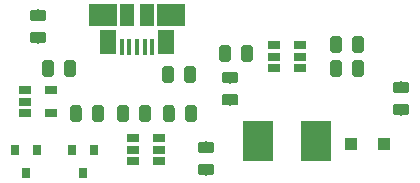
<source format=gbr>
G04 #@! TF.GenerationSoftware,KiCad,Pcbnew,(5.0.1)-3*
G04 #@! TF.CreationDate,2019-09-21T13:45:32-04:00*
G04 #@! TF.ProjectId,BMS Board Rev2,424D5320426F61726420526576322E6B,rev?*
G04 #@! TF.SameCoordinates,Original*
G04 #@! TF.FileFunction,Paste,Top*
G04 #@! TF.FilePolarity,Positive*
%FSLAX46Y46*%
G04 Gerber Fmt 4.6, Leading zero omitted, Abs format (unit mm)*
G04 Created by KiCad (PCBNEW (5.0.1)-3) date 9/21/2019 1:45:32 PM*
%MOMM*%
%LPD*%
G01*
G04 APERTURE LIST*
%ADD10C,0.100000*%
%ADD11C,0.975000*%
%ADD12R,0.450000X1.380000*%
%ADD13R,1.475000X2.100000*%
%ADD14R,2.375000X1.900000*%
%ADD15R,1.175000X1.900000*%
%ADD16R,2.575000X3.350000*%
%ADD17R,1.100000X1.100000*%
%ADD18R,0.800000X0.900000*%
%ADD19R,1.060000X0.650000*%
G04 APERTURE END LIST*
D10*
G04 #@! TO.C,C3*
G36*
X69314142Y-44647174D02*
X69337803Y-44650684D01*
X69361007Y-44656496D01*
X69383529Y-44664554D01*
X69405153Y-44674782D01*
X69425670Y-44687079D01*
X69444883Y-44701329D01*
X69462607Y-44717393D01*
X69478671Y-44735117D01*
X69492921Y-44754330D01*
X69505218Y-44774847D01*
X69515446Y-44796471D01*
X69523504Y-44818993D01*
X69529316Y-44842197D01*
X69532826Y-44865858D01*
X69534000Y-44889750D01*
X69534000Y-45377250D01*
X69532826Y-45401142D01*
X69529316Y-45424803D01*
X69523504Y-45448007D01*
X69515446Y-45470529D01*
X69505218Y-45492153D01*
X69492921Y-45512670D01*
X69478671Y-45531883D01*
X69462607Y-45549607D01*
X69444883Y-45565671D01*
X69425670Y-45579921D01*
X69405153Y-45592218D01*
X69383529Y-45602446D01*
X69361007Y-45610504D01*
X69337803Y-45616316D01*
X69314142Y-45619826D01*
X69290250Y-45621000D01*
X68377750Y-45621000D01*
X68353858Y-45619826D01*
X68330197Y-45616316D01*
X68306993Y-45610504D01*
X68284471Y-45602446D01*
X68262847Y-45592218D01*
X68242330Y-45579921D01*
X68223117Y-45565671D01*
X68205393Y-45549607D01*
X68189329Y-45531883D01*
X68175079Y-45512670D01*
X68162782Y-45492153D01*
X68152554Y-45470529D01*
X68144496Y-45448007D01*
X68138684Y-45424803D01*
X68135174Y-45401142D01*
X68134000Y-45377250D01*
X68134000Y-44889750D01*
X68135174Y-44865858D01*
X68138684Y-44842197D01*
X68144496Y-44818993D01*
X68152554Y-44796471D01*
X68162782Y-44774847D01*
X68175079Y-44754330D01*
X68189329Y-44735117D01*
X68205393Y-44717393D01*
X68223117Y-44701329D01*
X68242330Y-44687079D01*
X68262847Y-44674782D01*
X68284471Y-44664554D01*
X68306993Y-44656496D01*
X68330197Y-44650684D01*
X68353858Y-44647174D01*
X68377750Y-44646000D01*
X69290250Y-44646000D01*
X69314142Y-44647174D01*
X69314142Y-44647174D01*
G37*
D11*
X68834000Y-45133500D03*
D10*
G36*
X69314142Y-42772174D02*
X69337803Y-42775684D01*
X69361007Y-42781496D01*
X69383529Y-42789554D01*
X69405153Y-42799782D01*
X69425670Y-42812079D01*
X69444883Y-42826329D01*
X69462607Y-42842393D01*
X69478671Y-42860117D01*
X69492921Y-42879330D01*
X69505218Y-42899847D01*
X69515446Y-42921471D01*
X69523504Y-42943993D01*
X69529316Y-42967197D01*
X69532826Y-42990858D01*
X69534000Y-43014750D01*
X69534000Y-43502250D01*
X69532826Y-43526142D01*
X69529316Y-43549803D01*
X69523504Y-43573007D01*
X69515446Y-43595529D01*
X69505218Y-43617153D01*
X69492921Y-43637670D01*
X69478671Y-43656883D01*
X69462607Y-43674607D01*
X69444883Y-43690671D01*
X69425670Y-43704921D01*
X69405153Y-43717218D01*
X69383529Y-43727446D01*
X69361007Y-43735504D01*
X69337803Y-43741316D01*
X69314142Y-43744826D01*
X69290250Y-43746000D01*
X68377750Y-43746000D01*
X68353858Y-43744826D01*
X68330197Y-43741316D01*
X68306993Y-43735504D01*
X68284471Y-43727446D01*
X68262847Y-43717218D01*
X68242330Y-43704921D01*
X68223117Y-43690671D01*
X68205393Y-43674607D01*
X68189329Y-43656883D01*
X68175079Y-43637670D01*
X68162782Y-43617153D01*
X68152554Y-43595529D01*
X68144496Y-43573007D01*
X68138684Y-43549803D01*
X68135174Y-43526142D01*
X68134000Y-43502250D01*
X68134000Y-43014750D01*
X68135174Y-42990858D01*
X68138684Y-42967197D01*
X68144496Y-42943993D01*
X68152554Y-42921471D01*
X68162782Y-42899847D01*
X68175079Y-42879330D01*
X68189329Y-42860117D01*
X68205393Y-42842393D01*
X68223117Y-42826329D01*
X68242330Y-42812079D01*
X68262847Y-42799782D01*
X68284471Y-42789554D01*
X68306993Y-42781496D01*
X68330197Y-42775684D01*
X68353858Y-42772174D01*
X68377750Y-42771000D01*
X69290250Y-42771000D01*
X69314142Y-42772174D01*
X69314142Y-42772174D01*
G37*
D11*
X68834000Y-43258500D03*
G04 #@! TD*
D12*
G04 #@! TO.C,J2*
X78516000Y-45910000D03*
X77866000Y-45910000D03*
X77216000Y-45910000D03*
X76566000Y-45910000D03*
X75916000Y-45910000D03*
D13*
X79678500Y-45550000D03*
X74753500Y-45550000D03*
D14*
X80126000Y-43250000D03*
X74306000Y-43250000D03*
D15*
X78056000Y-43250000D03*
X76376000Y-43250000D03*
G04 #@! TD*
D16*
G04 #@! TO.C,L1*
X92403500Y-53848000D03*
X87428500Y-53848000D03*
G04 #@! TD*
D10*
G04 #@! TO.C,C1*
G36*
X80180642Y-50863174D02*
X80204303Y-50866684D01*
X80227507Y-50872496D01*
X80250029Y-50880554D01*
X80271653Y-50890782D01*
X80292170Y-50903079D01*
X80311383Y-50917329D01*
X80329107Y-50933393D01*
X80345171Y-50951117D01*
X80359421Y-50970330D01*
X80371718Y-50990847D01*
X80381946Y-51012471D01*
X80390004Y-51034993D01*
X80395816Y-51058197D01*
X80399326Y-51081858D01*
X80400500Y-51105750D01*
X80400500Y-52018250D01*
X80399326Y-52042142D01*
X80395816Y-52065803D01*
X80390004Y-52089007D01*
X80381946Y-52111529D01*
X80371718Y-52133153D01*
X80359421Y-52153670D01*
X80345171Y-52172883D01*
X80329107Y-52190607D01*
X80311383Y-52206671D01*
X80292170Y-52220921D01*
X80271653Y-52233218D01*
X80250029Y-52243446D01*
X80227507Y-52251504D01*
X80204303Y-52257316D01*
X80180642Y-52260826D01*
X80156750Y-52262000D01*
X79669250Y-52262000D01*
X79645358Y-52260826D01*
X79621697Y-52257316D01*
X79598493Y-52251504D01*
X79575971Y-52243446D01*
X79554347Y-52233218D01*
X79533830Y-52220921D01*
X79514617Y-52206671D01*
X79496893Y-52190607D01*
X79480829Y-52172883D01*
X79466579Y-52153670D01*
X79454282Y-52133153D01*
X79444054Y-52111529D01*
X79435996Y-52089007D01*
X79430184Y-52065803D01*
X79426674Y-52042142D01*
X79425500Y-52018250D01*
X79425500Y-51105750D01*
X79426674Y-51081858D01*
X79430184Y-51058197D01*
X79435996Y-51034993D01*
X79444054Y-51012471D01*
X79454282Y-50990847D01*
X79466579Y-50970330D01*
X79480829Y-50951117D01*
X79496893Y-50933393D01*
X79514617Y-50917329D01*
X79533830Y-50903079D01*
X79554347Y-50890782D01*
X79575971Y-50880554D01*
X79598493Y-50872496D01*
X79621697Y-50866684D01*
X79645358Y-50863174D01*
X79669250Y-50862000D01*
X80156750Y-50862000D01*
X80180642Y-50863174D01*
X80180642Y-50863174D01*
G37*
D11*
X79913000Y-51562000D03*
D10*
G36*
X82055642Y-50863174D02*
X82079303Y-50866684D01*
X82102507Y-50872496D01*
X82125029Y-50880554D01*
X82146653Y-50890782D01*
X82167170Y-50903079D01*
X82186383Y-50917329D01*
X82204107Y-50933393D01*
X82220171Y-50951117D01*
X82234421Y-50970330D01*
X82246718Y-50990847D01*
X82256946Y-51012471D01*
X82265004Y-51034993D01*
X82270816Y-51058197D01*
X82274326Y-51081858D01*
X82275500Y-51105750D01*
X82275500Y-52018250D01*
X82274326Y-52042142D01*
X82270816Y-52065803D01*
X82265004Y-52089007D01*
X82256946Y-52111529D01*
X82246718Y-52133153D01*
X82234421Y-52153670D01*
X82220171Y-52172883D01*
X82204107Y-52190607D01*
X82186383Y-52206671D01*
X82167170Y-52220921D01*
X82146653Y-52233218D01*
X82125029Y-52243446D01*
X82102507Y-52251504D01*
X82079303Y-52257316D01*
X82055642Y-52260826D01*
X82031750Y-52262000D01*
X81544250Y-52262000D01*
X81520358Y-52260826D01*
X81496697Y-52257316D01*
X81473493Y-52251504D01*
X81450971Y-52243446D01*
X81429347Y-52233218D01*
X81408830Y-52220921D01*
X81389617Y-52206671D01*
X81371893Y-52190607D01*
X81355829Y-52172883D01*
X81341579Y-52153670D01*
X81329282Y-52133153D01*
X81319054Y-52111529D01*
X81310996Y-52089007D01*
X81305184Y-52065803D01*
X81301674Y-52042142D01*
X81300500Y-52018250D01*
X81300500Y-51105750D01*
X81301674Y-51081858D01*
X81305184Y-51058197D01*
X81310996Y-51034993D01*
X81319054Y-51012471D01*
X81329282Y-50990847D01*
X81341579Y-50970330D01*
X81355829Y-50951117D01*
X81371893Y-50933393D01*
X81389617Y-50917329D01*
X81408830Y-50903079D01*
X81429347Y-50890782D01*
X81450971Y-50880554D01*
X81473493Y-50872496D01*
X81496697Y-50866684D01*
X81520358Y-50863174D01*
X81544250Y-50862000D01*
X82031750Y-50862000D01*
X82055642Y-50863174D01*
X82055642Y-50863174D01*
G37*
D11*
X81788000Y-51562000D03*
G04 #@! TD*
D10*
G04 #@! TO.C,C2*
G36*
X80102142Y-47561174D02*
X80125803Y-47564684D01*
X80149007Y-47570496D01*
X80171529Y-47578554D01*
X80193153Y-47588782D01*
X80213670Y-47601079D01*
X80232883Y-47615329D01*
X80250607Y-47631393D01*
X80266671Y-47649117D01*
X80280921Y-47668330D01*
X80293218Y-47688847D01*
X80303446Y-47710471D01*
X80311504Y-47732993D01*
X80317316Y-47756197D01*
X80320826Y-47779858D01*
X80322000Y-47803750D01*
X80322000Y-48716250D01*
X80320826Y-48740142D01*
X80317316Y-48763803D01*
X80311504Y-48787007D01*
X80303446Y-48809529D01*
X80293218Y-48831153D01*
X80280921Y-48851670D01*
X80266671Y-48870883D01*
X80250607Y-48888607D01*
X80232883Y-48904671D01*
X80213670Y-48918921D01*
X80193153Y-48931218D01*
X80171529Y-48941446D01*
X80149007Y-48949504D01*
X80125803Y-48955316D01*
X80102142Y-48958826D01*
X80078250Y-48960000D01*
X79590750Y-48960000D01*
X79566858Y-48958826D01*
X79543197Y-48955316D01*
X79519993Y-48949504D01*
X79497471Y-48941446D01*
X79475847Y-48931218D01*
X79455330Y-48918921D01*
X79436117Y-48904671D01*
X79418393Y-48888607D01*
X79402329Y-48870883D01*
X79388079Y-48851670D01*
X79375782Y-48831153D01*
X79365554Y-48809529D01*
X79357496Y-48787007D01*
X79351684Y-48763803D01*
X79348174Y-48740142D01*
X79347000Y-48716250D01*
X79347000Y-47803750D01*
X79348174Y-47779858D01*
X79351684Y-47756197D01*
X79357496Y-47732993D01*
X79365554Y-47710471D01*
X79375782Y-47688847D01*
X79388079Y-47668330D01*
X79402329Y-47649117D01*
X79418393Y-47631393D01*
X79436117Y-47615329D01*
X79455330Y-47601079D01*
X79475847Y-47588782D01*
X79497471Y-47578554D01*
X79519993Y-47570496D01*
X79543197Y-47564684D01*
X79566858Y-47561174D01*
X79590750Y-47560000D01*
X80078250Y-47560000D01*
X80102142Y-47561174D01*
X80102142Y-47561174D01*
G37*
D11*
X79834500Y-48260000D03*
D10*
G36*
X81977142Y-47561174D02*
X82000803Y-47564684D01*
X82024007Y-47570496D01*
X82046529Y-47578554D01*
X82068153Y-47588782D01*
X82088670Y-47601079D01*
X82107883Y-47615329D01*
X82125607Y-47631393D01*
X82141671Y-47649117D01*
X82155921Y-47668330D01*
X82168218Y-47688847D01*
X82178446Y-47710471D01*
X82186504Y-47732993D01*
X82192316Y-47756197D01*
X82195826Y-47779858D01*
X82197000Y-47803750D01*
X82197000Y-48716250D01*
X82195826Y-48740142D01*
X82192316Y-48763803D01*
X82186504Y-48787007D01*
X82178446Y-48809529D01*
X82168218Y-48831153D01*
X82155921Y-48851670D01*
X82141671Y-48870883D01*
X82125607Y-48888607D01*
X82107883Y-48904671D01*
X82088670Y-48918921D01*
X82068153Y-48931218D01*
X82046529Y-48941446D01*
X82024007Y-48949504D01*
X82000803Y-48955316D01*
X81977142Y-48958826D01*
X81953250Y-48960000D01*
X81465750Y-48960000D01*
X81441858Y-48958826D01*
X81418197Y-48955316D01*
X81394993Y-48949504D01*
X81372471Y-48941446D01*
X81350847Y-48931218D01*
X81330330Y-48918921D01*
X81311117Y-48904671D01*
X81293393Y-48888607D01*
X81277329Y-48870883D01*
X81263079Y-48851670D01*
X81250782Y-48831153D01*
X81240554Y-48809529D01*
X81232496Y-48787007D01*
X81226684Y-48763803D01*
X81223174Y-48740142D01*
X81222000Y-48716250D01*
X81222000Y-47803750D01*
X81223174Y-47779858D01*
X81226684Y-47756197D01*
X81232496Y-47732993D01*
X81240554Y-47710471D01*
X81250782Y-47688847D01*
X81263079Y-47668330D01*
X81277329Y-47649117D01*
X81293393Y-47631393D01*
X81311117Y-47615329D01*
X81330330Y-47601079D01*
X81350847Y-47588782D01*
X81372471Y-47578554D01*
X81394993Y-47570496D01*
X81418197Y-47564684D01*
X81441858Y-47561174D01*
X81465750Y-47560000D01*
X81953250Y-47560000D01*
X81977142Y-47561174D01*
X81977142Y-47561174D01*
G37*
D11*
X81709500Y-48260000D03*
G04 #@! TD*
D10*
G04 #@! TO.C,C4*
G36*
X85570142Y-48027674D02*
X85593803Y-48031184D01*
X85617007Y-48036996D01*
X85639529Y-48045054D01*
X85661153Y-48055282D01*
X85681670Y-48067579D01*
X85700883Y-48081829D01*
X85718607Y-48097893D01*
X85734671Y-48115617D01*
X85748921Y-48134830D01*
X85761218Y-48155347D01*
X85771446Y-48176971D01*
X85779504Y-48199493D01*
X85785316Y-48222697D01*
X85788826Y-48246358D01*
X85790000Y-48270250D01*
X85790000Y-48757750D01*
X85788826Y-48781642D01*
X85785316Y-48805303D01*
X85779504Y-48828507D01*
X85771446Y-48851029D01*
X85761218Y-48872653D01*
X85748921Y-48893170D01*
X85734671Y-48912383D01*
X85718607Y-48930107D01*
X85700883Y-48946171D01*
X85681670Y-48960421D01*
X85661153Y-48972718D01*
X85639529Y-48982946D01*
X85617007Y-48991004D01*
X85593803Y-48996816D01*
X85570142Y-49000326D01*
X85546250Y-49001500D01*
X84633750Y-49001500D01*
X84609858Y-49000326D01*
X84586197Y-48996816D01*
X84562993Y-48991004D01*
X84540471Y-48982946D01*
X84518847Y-48972718D01*
X84498330Y-48960421D01*
X84479117Y-48946171D01*
X84461393Y-48930107D01*
X84445329Y-48912383D01*
X84431079Y-48893170D01*
X84418782Y-48872653D01*
X84408554Y-48851029D01*
X84400496Y-48828507D01*
X84394684Y-48805303D01*
X84391174Y-48781642D01*
X84390000Y-48757750D01*
X84390000Y-48270250D01*
X84391174Y-48246358D01*
X84394684Y-48222697D01*
X84400496Y-48199493D01*
X84408554Y-48176971D01*
X84418782Y-48155347D01*
X84431079Y-48134830D01*
X84445329Y-48115617D01*
X84461393Y-48097893D01*
X84479117Y-48081829D01*
X84498330Y-48067579D01*
X84518847Y-48055282D01*
X84540471Y-48045054D01*
X84562993Y-48036996D01*
X84586197Y-48031184D01*
X84609858Y-48027674D01*
X84633750Y-48026500D01*
X85546250Y-48026500D01*
X85570142Y-48027674D01*
X85570142Y-48027674D01*
G37*
D11*
X85090000Y-48514000D03*
D10*
G36*
X85570142Y-49902674D02*
X85593803Y-49906184D01*
X85617007Y-49911996D01*
X85639529Y-49920054D01*
X85661153Y-49930282D01*
X85681670Y-49942579D01*
X85700883Y-49956829D01*
X85718607Y-49972893D01*
X85734671Y-49990617D01*
X85748921Y-50009830D01*
X85761218Y-50030347D01*
X85771446Y-50051971D01*
X85779504Y-50074493D01*
X85785316Y-50097697D01*
X85788826Y-50121358D01*
X85790000Y-50145250D01*
X85790000Y-50632750D01*
X85788826Y-50656642D01*
X85785316Y-50680303D01*
X85779504Y-50703507D01*
X85771446Y-50726029D01*
X85761218Y-50747653D01*
X85748921Y-50768170D01*
X85734671Y-50787383D01*
X85718607Y-50805107D01*
X85700883Y-50821171D01*
X85681670Y-50835421D01*
X85661153Y-50847718D01*
X85639529Y-50857946D01*
X85617007Y-50866004D01*
X85593803Y-50871816D01*
X85570142Y-50875326D01*
X85546250Y-50876500D01*
X84633750Y-50876500D01*
X84609858Y-50875326D01*
X84586197Y-50871816D01*
X84562993Y-50866004D01*
X84540471Y-50857946D01*
X84518847Y-50847718D01*
X84498330Y-50835421D01*
X84479117Y-50821171D01*
X84461393Y-50805107D01*
X84445329Y-50787383D01*
X84431079Y-50768170D01*
X84418782Y-50747653D01*
X84408554Y-50726029D01*
X84400496Y-50703507D01*
X84394684Y-50680303D01*
X84391174Y-50656642D01*
X84390000Y-50632750D01*
X84390000Y-50145250D01*
X84391174Y-50121358D01*
X84394684Y-50097697D01*
X84400496Y-50074493D01*
X84408554Y-50051971D01*
X84418782Y-50030347D01*
X84431079Y-50009830D01*
X84445329Y-49990617D01*
X84461393Y-49972893D01*
X84479117Y-49956829D01*
X84498330Y-49942579D01*
X84518847Y-49930282D01*
X84540471Y-49920054D01*
X84562993Y-49911996D01*
X84586197Y-49906184D01*
X84609858Y-49902674D01*
X84633750Y-49901500D01*
X85546250Y-49901500D01*
X85570142Y-49902674D01*
X85570142Y-49902674D01*
G37*
D11*
X85090000Y-50389000D03*
G04 #@! TD*
D10*
G04 #@! TO.C,C5*
G36*
X100048142Y-50743174D02*
X100071803Y-50746684D01*
X100095007Y-50752496D01*
X100117529Y-50760554D01*
X100139153Y-50770782D01*
X100159670Y-50783079D01*
X100178883Y-50797329D01*
X100196607Y-50813393D01*
X100212671Y-50831117D01*
X100226921Y-50850330D01*
X100239218Y-50870847D01*
X100249446Y-50892471D01*
X100257504Y-50914993D01*
X100263316Y-50938197D01*
X100266826Y-50961858D01*
X100268000Y-50985750D01*
X100268000Y-51473250D01*
X100266826Y-51497142D01*
X100263316Y-51520803D01*
X100257504Y-51544007D01*
X100249446Y-51566529D01*
X100239218Y-51588153D01*
X100226921Y-51608670D01*
X100212671Y-51627883D01*
X100196607Y-51645607D01*
X100178883Y-51661671D01*
X100159670Y-51675921D01*
X100139153Y-51688218D01*
X100117529Y-51698446D01*
X100095007Y-51706504D01*
X100071803Y-51712316D01*
X100048142Y-51715826D01*
X100024250Y-51717000D01*
X99111750Y-51717000D01*
X99087858Y-51715826D01*
X99064197Y-51712316D01*
X99040993Y-51706504D01*
X99018471Y-51698446D01*
X98996847Y-51688218D01*
X98976330Y-51675921D01*
X98957117Y-51661671D01*
X98939393Y-51645607D01*
X98923329Y-51627883D01*
X98909079Y-51608670D01*
X98896782Y-51588153D01*
X98886554Y-51566529D01*
X98878496Y-51544007D01*
X98872684Y-51520803D01*
X98869174Y-51497142D01*
X98868000Y-51473250D01*
X98868000Y-50985750D01*
X98869174Y-50961858D01*
X98872684Y-50938197D01*
X98878496Y-50914993D01*
X98886554Y-50892471D01*
X98896782Y-50870847D01*
X98909079Y-50850330D01*
X98923329Y-50831117D01*
X98939393Y-50813393D01*
X98957117Y-50797329D01*
X98976330Y-50783079D01*
X98996847Y-50770782D01*
X99018471Y-50760554D01*
X99040993Y-50752496D01*
X99064197Y-50746684D01*
X99087858Y-50743174D01*
X99111750Y-50742000D01*
X100024250Y-50742000D01*
X100048142Y-50743174D01*
X100048142Y-50743174D01*
G37*
D11*
X99568000Y-51229500D03*
D10*
G36*
X100048142Y-48868174D02*
X100071803Y-48871684D01*
X100095007Y-48877496D01*
X100117529Y-48885554D01*
X100139153Y-48895782D01*
X100159670Y-48908079D01*
X100178883Y-48922329D01*
X100196607Y-48938393D01*
X100212671Y-48956117D01*
X100226921Y-48975330D01*
X100239218Y-48995847D01*
X100249446Y-49017471D01*
X100257504Y-49039993D01*
X100263316Y-49063197D01*
X100266826Y-49086858D01*
X100268000Y-49110750D01*
X100268000Y-49598250D01*
X100266826Y-49622142D01*
X100263316Y-49645803D01*
X100257504Y-49669007D01*
X100249446Y-49691529D01*
X100239218Y-49713153D01*
X100226921Y-49733670D01*
X100212671Y-49752883D01*
X100196607Y-49770607D01*
X100178883Y-49786671D01*
X100159670Y-49800921D01*
X100139153Y-49813218D01*
X100117529Y-49823446D01*
X100095007Y-49831504D01*
X100071803Y-49837316D01*
X100048142Y-49840826D01*
X100024250Y-49842000D01*
X99111750Y-49842000D01*
X99087858Y-49840826D01*
X99064197Y-49837316D01*
X99040993Y-49831504D01*
X99018471Y-49823446D01*
X98996847Y-49813218D01*
X98976330Y-49800921D01*
X98957117Y-49786671D01*
X98939393Y-49770607D01*
X98923329Y-49752883D01*
X98909079Y-49733670D01*
X98896782Y-49713153D01*
X98886554Y-49691529D01*
X98878496Y-49669007D01*
X98872684Y-49645803D01*
X98869174Y-49622142D01*
X98868000Y-49598250D01*
X98868000Y-49110750D01*
X98869174Y-49086858D01*
X98872684Y-49063197D01*
X98878496Y-49039993D01*
X98886554Y-49017471D01*
X98896782Y-48995847D01*
X98909079Y-48975330D01*
X98923329Y-48956117D01*
X98939393Y-48938393D01*
X98957117Y-48922329D01*
X98976330Y-48908079D01*
X98996847Y-48895782D01*
X99018471Y-48885554D01*
X99040993Y-48877496D01*
X99064197Y-48871684D01*
X99087858Y-48868174D01*
X99111750Y-48867000D01*
X100024250Y-48867000D01*
X100048142Y-48868174D01*
X100048142Y-48868174D01*
G37*
D11*
X99568000Y-49354500D03*
G04 #@! TD*
D17*
G04 #@! TO.C,D2*
X98174000Y-54102000D03*
X95374000Y-54102000D03*
G04 #@! TD*
D10*
G04 #@! TO.C,D1*
G36*
X76292142Y-50863174D02*
X76315803Y-50866684D01*
X76339007Y-50872496D01*
X76361529Y-50880554D01*
X76383153Y-50890782D01*
X76403670Y-50903079D01*
X76422883Y-50917329D01*
X76440607Y-50933393D01*
X76456671Y-50951117D01*
X76470921Y-50970330D01*
X76483218Y-50990847D01*
X76493446Y-51012471D01*
X76501504Y-51034993D01*
X76507316Y-51058197D01*
X76510826Y-51081858D01*
X76512000Y-51105750D01*
X76512000Y-52018250D01*
X76510826Y-52042142D01*
X76507316Y-52065803D01*
X76501504Y-52089007D01*
X76493446Y-52111529D01*
X76483218Y-52133153D01*
X76470921Y-52153670D01*
X76456671Y-52172883D01*
X76440607Y-52190607D01*
X76422883Y-52206671D01*
X76403670Y-52220921D01*
X76383153Y-52233218D01*
X76361529Y-52243446D01*
X76339007Y-52251504D01*
X76315803Y-52257316D01*
X76292142Y-52260826D01*
X76268250Y-52262000D01*
X75780750Y-52262000D01*
X75756858Y-52260826D01*
X75733197Y-52257316D01*
X75709993Y-52251504D01*
X75687471Y-52243446D01*
X75665847Y-52233218D01*
X75645330Y-52220921D01*
X75626117Y-52206671D01*
X75608393Y-52190607D01*
X75592329Y-52172883D01*
X75578079Y-52153670D01*
X75565782Y-52133153D01*
X75555554Y-52111529D01*
X75547496Y-52089007D01*
X75541684Y-52065803D01*
X75538174Y-52042142D01*
X75537000Y-52018250D01*
X75537000Y-51105750D01*
X75538174Y-51081858D01*
X75541684Y-51058197D01*
X75547496Y-51034993D01*
X75555554Y-51012471D01*
X75565782Y-50990847D01*
X75578079Y-50970330D01*
X75592329Y-50951117D01*
X75608393Y-50933393D01*
X75626117Y-50917329D01*
X75645330Y-50903079D01*
X75665847Y-50890782D01*
X75687471Y-50880554D01*
X75709993Y-50872496D01*
X75733197Y-50866684D01*
X75756858Y-50863174D01*
X75780750Y-50862000D01*
X76268250Y-50862000D01*
X76292142Y-50863174D01*
X76292142Y-50863174D01*
G37*
D11*
X76024500Y-51562000D03*
D10*
G36*
X78167142Y-50863174D02*
X78190803Y-50866684D01*
X78214007Y-50872496D01*
X78236529Y-50880554D01*
X78258153Y-50890782D01*
X78278670Y-50903079D01*
X78297883Y-50917329D01*
X78315607Y-50933393D01*
X78331671Y-50951117D01*
X78345921Y-50970330D01*
X78358218Y-50990847D01*
X78368446Y-51012471D01*
X78376504Y-51034993D01*
X78382316Y-51058197D01*
X78385826Y-51081858D01*
X78387000Y-51105750D01*
X78387000Y-52018250D01*
X78385826Y-52042142D01*
X78382316Y-52065803D01*
X78376504Y-52089007D01*
X78368446Y-52111529D01*
X78358218Y-52133153D01*
X78345921Y-52153670D01*
X78331671Y-52172883D01*
X78315607Y-52190607D01*
X78297883Y-52206671D01*
X78278670Y-52220921D01*
X78258153Y-52233218D01*
X78236529Y-52243446D01*
X78214007Y-52251504D01*
X78190803Y-52257316D01*
X78167142Y-52260826D01*
X78143250Y-52262000D01*
X77655750Y-52262000D01*
X77631858Y-52260826D01*
X77608197Y-52257316D01*
X77584993Y-52251504D01*
X77562471Y-52243446D01*
X77540847Y-52233218D01*
X77520330Y-52220921D01*
X77501117Y-52206671D01*
X77483393Y-52190607D01*
X77467329Y-52172883D01*
X77453079Y-52153670D01*
X77440782Y-52133153D01*
X77430554Y-52111529D01*
X77422496Y-52089007D01*
X77416684Y-52065803D01*
X77413174Y-52042142D01*
X77412000Y-52018250D01*
X77412000Y-51105750D01*
X77413174Y-51081858D01*
X77416684Y-51058197D01*
X77422496Y-51034993D01*
X77430554Y-51012471D01*
X77440782Y-50990847D01*
X77453079Y-50970330D01*
X77467329Y-50951117D01*
X77483393Y-50933393D01*
X77501117Y-50917329D01*
X77520330Y-50903079D01*
X77540847Y-50890782D01*
X77562471Y-50880554D01*
X77584993Y-50872496D01*
X77608197Y-50866684D01*
X77631858Y-50863174D01*
X77655750Y-50862000D01*
X78143250Y-50862000D01*
X78167142Y-50863174D01*
X78167142Y-50863174D01*
G37*
D11*
X77899500Y-51562000D03*
G04 #@! TD*
D18*
G04 #@! TO.C,U4*
X67818000Y-56626000D03*
X66868000Y-54626000D03*
X68768000Y-54626000D03*
G04 #@! TD*
G04 #@! TO.C,U3*
X73594000Y-54626000D03*
X71694000Y-54626000D03*
X72644000Y-56626000D03*
G04 #@! TD*
D19*
G04 #@! TO.C,U2*
X67734000Y-49596000D03*
X67734000Y-50546000D03*
X67734000Y-51496000D03*
X69934000Y-51496000D03*
X69934000Y-49596000D03*
G04 #@! TD*
G04 #@! TO.C,U1*
X79078000Y-54610000D03*
X79078000Y-53660000D03*
X79078000Y-55560000D03*
X76878000Y-55560000D03*
X76878000Y-54610000D03*
X76878000Y-53660000D03*
G04 #@! TD*
G04 #@! TO.C,U5*
X91016000Y-47686000D03*
X91016000Y-46736000D03*
X91016000Y-45786000D03*
X88816000Y-45786000D03*
X88816000Y-47686000D03*
X88816000Y-46736000D03*
G04 #@! TD*
D10*
G04 #@! TO.C,R5*
G36*
X94326142Y-47053174D02*
X94349803Y-47056684D01*
X94373007Y-47062496D01*
X94395529Y-47070554D01*
X94417153Y-47080782D01*
X94437670Y-47093079D01*
X94456883Y-47107329D01*
X94474607Y-47123393D01*
X94490671Y-47141117D01*
X94504921Y-47160330D01*
X94517218Y-47180847D01*
X94527446Y-47202471D01*
X94535504Y-47224993D01*
X94541316Y-47248197D01*
X94544826Y-47271858D01*
X94546000Y-47295750D01*
X94546000Y-48208250D01*
X94544826Y-48232142D01*
X94541316Y-48255803D01*
X94535504Y-48279007D01*
X94527446Y-48301529D01*
X94517218Y-48323153D01*
X94504921Y-48343670D01*
X94490671Y-48362883D01*
X94474607Y-48380607D01*
X94456883Y-48396671D01*
X94437670Y-48410921D01*
X94417153Y-48423218D01*
X94395529Y-48433446D01*
X94373007Y-48441504D01*
X94349803Y-48447316D01*
X94326142Y-48450826D01*
X94302250Y-48452000D01*
X93814750Y-48452000D01*
X93790858Y-48450826D01*
X93767197Y-48447316D01*
X93743993Y-48441504D01*
X93721471Y-48433446D01*
X93699847Y-48423218D01*
X93679330Y-48410921D01*
X93660117Y-48396671D01*
X93642393Y-48380607D01*
X93626329Y-48362883D01*
X93612079Y-48343670D01*
X93599782Y-48323153D01*
X93589554Y-48301529D01*
X93581496Y-48279007D01*
X93575684Y-48255803D01*
X93572174Y-48232142D01*
X93571000Y-48208250D01*
X93571000Y-47295750D01*
X93572174Y-47271858D01*
X93575684Y-47248197D01*
X93581496Y-47224993D01*
X93589554Y-47202471D01*
X93599782Y-47180847D01*
X93612079Y-47160330D01*
X93626329Y-47141117D01*
X93642393Y-47123393D01*
X93660117Y-47107329D01*
X93679330Y-47093079D01*
X93699847Y-47080782D01*
X93721471Y-47070554D01*
X93743993Y-47062496D01*
X93767197Y-47056684D01*
X93790858Y-47053174D01*
X93814750Y-47052000D01*
X94302250Y-47052000D01*
X94326142Y-47053174D01*
X94326142Y-47053174D01*
G37*
D11*
X94058500Y-47752000D03*
D10*
G36*
X96201142Y-47053174D02*
X96224803Y-47056684D01*
X96248007Y-47062496D01*
X96270529Y-47070554D01*
X96292153Y-47080782D01*
X96312670Y-47093079D01*
X96331883Y-47107329D01*
X96349607Y-47123393D01*
X96365671Y-47141117D01*
X96379921Y-47160330D01*
X96392218Y-47180847D01*
X96402446Y-47202471D01*
X96410504Y-47224993D01*
X96416316Y-47248197D01*
X96419826Y-47271858D01*
X96421000Y-47295750D01*
X96421000Y-48208250D01*
X96419826Y-48232142D01*
X96416316Y-48255803D01*
X96410504Y-48279007D01*
X96402446Y-48301529D01*
X96392218Y-48323153D01*
X96379921Y-48343670D01*
X96365671Y-48362883D01*
X96349607Y-48380607D01*
X96331883Y-48396671D01*
X96312670Y-48410921D01*
X96292153Y-48423218D01*
X96270529Y-48433446D01*
X96248007Y-48441504D01*
X96224803Y-48447316D01*
X96201142Y-48450826D01*
X96177250Y-48452000D01*
X95689750Y-48452000D01*
X95665858Y-48450826D01*
X95642197Y-48447316D01*
X95618993Y-48441504D01*
X95596471Y-48433446D01*
X95574847Y-48423218D01*
X95554330Y-48410921D01*
X95535117Y-48396671D01*
X95517393Y-48380607D01*
X95501329Y-48362883D01*
X95487079Y-48343670D01*
X95474782Y-48323153D01*
X95464554Y-48301529D01*
X95456496Y-48279007D01*
X95450684Y-48255803D01*
X95447174Y-48232142D01*
X95446000Y-48208250D01*
X95446000Y-47295750D01*
X95447174Y-47271858D01*
X95450684Y-47248197D01*
X95456496Y-47224993D01*
X95464554Y-47202471D01*
X95474782Y-47180847D01*
X95487079Y-47160330D01*
X95501329Y-47141117D01*
X95517393Y-47123393D01*
X95535117Y-47107329D01*
X95554330Y-47093079D01*
X95574847Y-47080782D01*
X95596471Y-47070554D01*
X95618993Y-47062496D01*
X95642197Y-47056684D01*
X95665858Y-47053174D01*
X95689750Y-47052000D01*
X96177250Y-47052000D01*
X96201142Y-47053174D01*
X96201142Y-47053174D01*
G37*
D11*
X95933500Y-47752000D03*
G04 #@! TD*
D10*
G04 #@! TO.C,R6*
G36*
X94326142Y-45021174D02*
X94349803Y-45024684D01*
X94373007Y-45030496D01*
X94395529Y-45038554D01*
X94417153Y-45048782D01*
X94437670Y-45061079D01*
X94456883Y-45075329D01*
X94474607Y-45091393D01*
X94490671Y-45109117D01*
X94504921Y-45128330D01*
X94517218Y-45148847D01*
X94527446Y-45170471D01*
X94535504Y-45192993D01*
X94541316Y-45216197D01*
X94544826Y-45239858D01*
X94546000Y-45263750D01*
X94546000Y-46176250D01*
X94544826Y-46200142D01*
X94541316Y-46223803D01*
X94535504Y-46247007D01*
X94527446Y-46269529D01*
X94517218Y-46291153D01*
X94504921Y-46311670D01*
X94490671Y-46330883D01*
X94474607Y-46348607D01*
X94456883Y-46364671D01*
X94437670Y-46378921D01*
X94417153Y-46391218D01*
X94395529Y-46401446D01*
X94373007Y-46409504D01*
X94349803Y-46415316D01*
X94326142Y-46418826D01*
X94302250Y-46420000D01*
X93814750Y-46420000D01*
X93790858Y-46418826D01*
X93767197Y-46415316D01*
X93743993Y-46409504D01*
X93721471Y-46401446D01*
X93699847Y-46391218D01*
X93679330Y-46378921D01*
X93660117Y-46364671D01*
X93642393Y-46348607D01*
X93626329Y-46330883D01*
X93612079Y-46311670D01*
X93599782Y-46291153D01*
X93589554Y-46269529D01*
X93581496Y-46247007D01*
X93575684Y-46223803D01*
X93572174Y-46200142D01*
X93571000Y-46176250D01*
X93571000Y-45263750D01*
X93572174Y-45239858D01*
X93575684Y-45216197D01*
X93581496Y-45192993D01*
X93589554Y-45170471D01*
X93599782Y-45148847D01*
X93612079Y-45128330D01*
X93626329Y-45109117D01*
X93642393Y-45091393D01*
X93660117Y-45075329D01*
X93679330Y-45061079D01*
X93699847Y-45048782D01*
X93721471Y-45038554D01*
X93743993Y-45030496D01*
X93767197Y-45024684D01*
X93790858Y-45021174D01*
X93814750Y-45020000D01*
X94302250Y-45020000D01*
X94326142Y-45021174D01*
X94326142Y-45021174D01*
G37*
D11*
X94058500Y-45720000D03*
D10*
G36*
X96201142Y-45021174D02*
X96224803Y-45024684D01*
X96248007Y-45030496D01*
X96270529Y-45038554D01*
X96292153Y-45048782D01*
X96312670Y-45061079D01*
X96331883Y-45075329D01*
X96349607Y-45091393D01*
X96365671Y-45109117D01*
X96379921Y-45128330D01*
X96392218Y-45148847D01*
X96402446Y-45170471D01*
X96410504Y-45192993D01*
X96416316Y-45216197D01*
X96419826Y-45239858D01*
X96421000Y-45263750D01*
X96421000Y-46176250D01*
X96419826Y-46200142D01*
X96416316Y-46223803D01*
X96410504Y-46247007D01*
X96402446Y-46269529D01*
X96392218Y-46291153D01*
X96379921Y-46311670D01*
X96365671Y-46330883D01*
X96349607Y-46348607D01*
X96331883Y-46364671D01*
X96312670Y-46378921D01*
X96292153Y-46391218D01*
X96270529Y-46401446D01*
X96248007Y-46409504D01*
X96224803Y-46415316D01*
X96201142Y-46418826D01*
X96177250Y-46420000D01*
X95689750Y-46420000D01*
X95665858Y-46418826D01*
X95642197Y-46415316D01*
X95618993Y-46409504D01*
X95596471Y-46401446D01*
X95574847Y-46391218D01*
X95554330Y-46378921D01*
X95535117Y-46364671D01*
X95517393Y-46348607D01*
X95501329Y-46330883D01*
X95487079Y-46311670D01*
X95474782Y-46291153D01*
X95464554Y-46269529D01*
X95456496Y-46247007D01*
X95450684Y-46223803D01*
X95447174Y-46200142D01*
X95446000Y-46176250D01*
X95446000Y-45263750D01*
X95447174Y-45239858D01*
X95450684Y-45216197D01*
X95456496Y-45192993D01*
X95464554Y-45170471D01*
X95474782Y-45148847D01*
X95487079Y-45128330D01*
X95501329Y-45109117D01*
X95517393Y-45091393D01*
X95535117Y-45075329D01*
X95554330Y-45061079D01*
X95574847Y-45048782D01*
X95596471Y-45038554D01*
X95618993Y-45030496D01*
X95642197Y-45024684D01*
X95665858Y-45021174D01*
X95689750Y-45020000D01*
X96177250Y-45020000D01*
X96201142Y-45021174D01*
X96201142Y-45021174D01*
G37*
D11*
X95933500Y-45720000D03*
G04 #@! TD*
D10*
G04 #@! TO.C,R1*
G36*
X72306642Y-50863174D02*
X72330303Y-50866684D01*
X72353507Y-50872496D01*
X72376029Y-50880554D01*
X72397653Y-50890782D01*
X72418170Y-50903079D01*
X72437383Y-50917329D01*
X72455107Y-50933393D01*
X72471171Y-50951117D01*
X72485421Y-50970330D01*
X72497718Y-50990847D01*
X72507946Y-51012471D01*
X72516004Y-51034993D01*
X72521816Y-51058197D01*
X72525326Y-51081858D01*
X72526500Y-51105750D01*
X72526500Y-52018250D01*
X72525326Y-52042142D01*
X72521816Y-52065803D01*
X72516004Y-52089007D01*
X72507946Y-52111529D01*
X72497718Y-52133153D01*
X72485421Y-52153670D01*
X72471171Y-52172883D01*
X72455107Y-52190607D01*
X72437383Y-52206671D01*
X72418170Y-52220921D01*
X72397653Y-52233218D01*
X72376029Y-52243446D01*
X72353507Y-52251504D01*
X72330303Y-52257316D01*
X72306642Y-52260826D01*
X72282750Y-52262000D01*
X71795250Y-52262000D01*
X71771358Y-52260826D01*
X71747697Y-52257316D01*
X71724493Y-52251504D01*
X71701971Y-52243446D01*
X71680347Y-52233218D01*
X71659830Y-52220921D01*
X71640617Y-52206671D01*
X71622893Y-52190607D01*
X71606829Y-52172883D01*
X71592579Y-52153670D01*
X71580282Y-52133153D01*
X71570054Y-52111529D01*
X71561996Y-52089007D01*
X71556184Y-52065803D01*
X71552674Y-52042142D01*
X71551500Y-52018250D01*
X71551500Y-51105750D01*
X71552674Y-51081858D01*
X71556184Y-51058197D01*
X71561996Y-51034993D01*
X71570054Y-51012471D01*
X71580282Y-50990847D01*
X71592579Y-50970330D01*
X71606829Y-50951117D01*
X71622893Y-50933393D01*
X71640617Y-50917329D01*
X71659830Y-50903079D01*
X71680347Y-50890782D01*
X71701971Y-50880554D01*
X71724493Y-50872496D01*
X71747697Y-50866684D01*
X71771358Y-50863174D01*
X71795250Y-50862000D01*
X72282750Y-50862000D01*
X72306642Y-50863174D01*
X72306642Y-50863174D01*
G37*
D11*
X72039000Y-51562000D03*
D10*
G36*
X74181642Y-50863174D02*
X74205303Y-50866684D01*
X74228507Y-50872496D01*
X74251029Y-50880554D01*
X74272653Y-50890782D01*
X74293170Y-50903079D01*
X74312383Y-50917329D01*
X74330107Y-50933393D01*
X74346171Y-50951117D01*
X74360421Y-50970330D01*
X74372718Y-50990847D01*
X74382946Y-51012471D01*
X74391004Y-51034993D01*
X74396816Y-51058197D01*
X74400326Y-51081858D01*
X74401500Y-51105750D01*
X74401500Y-52018250D01*
X74400326Y-52042142D01*
X74396816Y-52065803D01*
X74391004Y-52089007D01*
X74382946Y-52111529D01*
X74372718Y-52133153D01*
X74360421Y-52153670D01*
X74346171Y-52172883D01*
X74330107Y-52190607D01*
X74312383Y-52206671D01*
X74293170Y-52220921D01*
X74272653Y-52233218D01*
X74251029Y-52243446D01*
X74228507Y-52251504D01*
X74205303Y-52257316D01*
X74181642Y-52260826D01*
X74157750Y-52262000D01*
X73670250Y-52262000D01*
X73646358Y-52260826D01*
X73622697Y-52257316D01*
X73599493Y-52251504D01*
X73576971Y-52243446D01*
X73555347Y-52233218D01*
X73534830Y-52220921D01*
X73515617Y-52206671D01*
X73497893Y-52190607D01*
X73481829Y-52172883D01*
X73467579Y-52153670D01*
X73455282Y-52133153D01*
X73445054Y-52111529D01*
X73436996Y-52089007D01*
X73431184Y-52065803D01*
X73427674Y-52042142D01*
X73426500Y-52018250D01*
X73426500Y-51105750D01*
X73427674Y-51081858D01*
X73431184Y-51058197D01*
X73436996Y-51034993D01*
X73445054Y-51012471D01*
X73455282Y-50990847D01*
X73467579Y-50970330D01*
X73481829Y-50951117D01*
X73497893Y-50933393D01*
X73515617Y-50917329D01*
X73534830Y-50903079D01*
X73555347Y-50890782D01*
X73576971Y-50880554D01*
X73599493Y-50872496D01*
X73622697Y-50866684D01*
X73646358Y-50863174D01*
X73670250Y-50862000D01*
X74157750Y-50862000D01*
X74181642Y-50863174D01*
X74181642Y-50863174D01*
G37*
D11*
X73914000Y-51562000D03*
G04 #@! TD*
D10*
G04 #@! TO.C,R2*
G36*
X83538142Y-53948174D02*
X83561803Y-53951684D01*
X83585007Y-53957496D01*
X83607529Y-53965554D01*
X83629153Y-53975782D01*
X83649670Y-53988079D01*
X83668883Y-54002329D01*
X83686607Y-54018393D01*
X83702671Y-54036117D01*
X83716921Y-54055330D01*
X83729218Y-54075847D01*
X83739446Y-54097471D01*
X83747504Y-54119993D01*
X83753316Y-54143197D01*
X83756826Y-54166858D01*
X83758000Y-54190750D01*
X83758000Y-54678250D01*
X83756826Y-54702142D01*
X83753316Y-54725803D01*
X83747504Y-54749007D01*
X83739446Y-54771529D01*
X83729218Y-54793153D01*
X83716921Y-54813670D01*
X83702671Y-54832883D01*
X83686607Y-54850607D01*
X83668883Y-54866671D01*
X83649670Y-54880921D01*
X83629153Y-54893218D01*
X83607529Y-54903446D01*
X83585007Y-54911504D01*
X83561803Y-54917316D01*
X83538142Y-54920826D01*
X83514250Y-54922000D01*
X82601750Y-54922000D01*
X82577858Y-54920826D01*
X82554197Y-54917316D01*
X82530993Y-54911504D01*
X82508471Y-54903446D01*
X82486847Y-54893218D01*
X82466330Y-54880921D01*
X82447117Y-54866671D01*
X82429393Y-54850607D01*
X82413329Y-54832883D01*
X82399079Y-54813670D01*
X82386782Y-54793153D01*
X82376554Y-54771529D01*
X82368496Y-54749007D01*
X82362684Y-54725803D01*
X82359174Y-54702142D01*
X82358000Y-54678250D01*
X82358000Y-54190750D01*
X82359174Y-54166858D01*
X82362684Y-54143197D01*
X82368496Y-54119993D01*
X82376554Y-54097471D01*
X82386782Y-54075847D01*
X82399079Y-54055330D01*
X82413329Y-54036117D01*
X82429393Y-54018393D01*
X82447117Y-54002329D01*
X82466330Y-53988079D01*
X82486847Y-53975782D01*
X82508471Y-53965554D01*
X82530993Y-53957496D01*
X82554197Y-53951684D01*
X82577858Y-53948174D01*
X82601750Y-53947000D01*
X83514250Y-53947000D01*
X83538142Y-53948174D01*
X83538142Y-53948174D01*
G37*
D11*
X83058000Y-54434500D03*
D10*
G36*
X83538142Y-55823174D02*
X83561803Y-55826684D01*
X83585007Y-55832496D01*
X83607529Y-55840554D01*
X83629153Y-55850782D01*
X83649670Y-55863079D01*
X83668883Y-55877329D01*
X83686607Y-55893393D01*
X83702671Y-55911117D01*
X83716921Y-55930330D01*
X83729218Y-55950847D01*
X83739446Y-55972471D01*
X83747504Y-55994993D01*
X83753316Y-56018197D01*
X83756826Y-56041858D01*
X83758000Y-56065750D01*
X83758000Y-56553250D01*
X83756826Y-56577142D01*
X83753316Y-56600803D01*
X83747504Y-56624007D01*
X83739446Y-56646529D01*
X83729218Y-56668153D01*
X83716921Y-56688670D01*
X83702671Y-56707883D01*
X83686607Y-56725607D01*
X83668883Y-56741671D01*
X83649670Y-56755921D01*
X83629153Y-56768218D01*
X83607529Y-56778446D01*
X83585007Y-56786504D01*
X83561803Y-56792316D01*
X83538142Y-56795826D01*
X83514250Y-56797000D01*
X82601750Y-56797000D01*
X82577858Y-56795826D01*
X82554197Y-56792316D01*
X82530993Y-56786504D01*
X82508471Y-56778446D01*
X82486847Y-56768218D01*
X82466330Y-56755921D01*
X82447117Y-56741671D01*
X82429393Y-56725607D01*
X82413329Y-56707883D01*
X82399079Y-56688670D01*
X82386782Y-56668153D01*
X82376554Y-56646529D01*
X82368496Y-56624007D01*
X82362684Y-56600803D01*
X82359174Y-56577142D01*
X82358000Y-56553250D01*
X82358000Y-56065750D01*
X82359174Y-56041858D01*
X82362684Y-56018197D01*
X82368496Y-55994993D01*
X82376554Y-55972471D01*
X82386782Y-55950847D01*
X82399079Y-55930330D01*
X82413329Y-55911117D01*
X82429393Y-55893393D01*
X82447117Y-55877329D01*
X82466330Y-55863079D01*
X82486847Y-55850782D01*
X82508471Y-55840554D01*
X82530993Y-55832496D01*
X82554197Y-55826684D01*
X82577858Y-55823174D01*
X82601750Y-55822000D01*
X83514250Y-55822000D01*
X83538142Y-55823174D01*
X83538142Y-55823174D01*
G37*
D11*
X83058000Y-56309500D03*
G04 #@! TD*
D10*
G04 #@! TO.C,R3*
G36*
X71817142Y-47053174D02*
X71840803Y-47056684D01*
X71864007Y-47062496D01*
X71886529Y-47070554D01*
X71908153Y-47080782D01*
X71928670Y-47093079D01*
X71947883Y-47107329D01*
X71965607Y-47123393D01*
X71981671Y-47141117D01*
X71995921Y-47160330D01*
X72008218Y-47180847D01*
X72018446Y-47202471D01*
X72026504Y-47224993D01*
X72032316Y-47248197D01*
X72035826Y-47271858D01*
X72037000Y-47295750D01*
X72037000Y-48208250D01*
X72035826Y-48232142D01*
X72032316Y-48255803D01*
X72026504Y-48279007D01*
X72018446Y-48301529D01*
X72008218Y-48323153D01*
X71995921Y-48343670D01*
X71981671Y-48362883D01*
X71965607Y-48380607D01*
X71947883Y-48396671D01*
X71928670Y-48410921D01*
X71908153Y-48423218D01*
X71886529Y-48433446D01*
X71864007Y-48441504D01*
X71840803Y-48447316D01*
X71817142Y-48450826D01*
X71793250Y-48452000D01*
X71305750Y-48452000D01*
X71281858Y-48450826D01*
X71258197Y-48447316D01*
X71234993Y-48441504D01*
X71212471Y-48433446D01*
X71190847Y-48423218D01*
X71170330Y-48410921D01*
X71151117Y-48396671D01*
X71133393Y-48380607D01*
X71117329Y-48362883D01*
X71103079Y-48343670D01*
X71090782Y-48323153D01*
X71080554Y-48301529D01*
X71072496Y-48279007D01*
X71066684Y-48255803D01*
X71063174Y-48232142D01*
X71062000Y-48208250D01*
X71062000Y-47295750D01*
X71063174Y-47271858D01*
X71066684Y-47248197D01*
X71072496Y-47224993D01*
X71080554Y-47202471D01*
X71090782Y-47180847D01*
X71103079Y-47160330D01*
X71117329Y-47141117D01*
X71133393Y-47123393D01*
X71151117Y-47107329D01*
X71170330Y-47093079D01*
X71190847Y-47080782D01*
X71212471Y-47070554D01*
X71234993Y-47062496D01*
X71258197Y-47056684D01*
X71281858Y-47053174D01*
X71305750Y-47052000D01*
X71793250Y-47052000D01*
X71817142Y-47053174D01*
X71817142Y-47053174D01*
G37*
D11*
X71549500Y-47752000D03*
D10*
G36*
X69942142Y-47053174D02*
X69965803Y-47056684D01*
X69989007Y-47062496D01*
X70011529Y-47070554D01*
X70033153Y-47080782D01*
X70053670Y-47093079D01*
X70072883Y-47107329D01*
X70090607Y-47123393D01*
X70106671Y-47141117D01*
X70120921Y-47160330D01*
X70133218Y-47180847D01*
X70143446Y-47202471D01*
X70151504Y-47224993D01*
X70157316Y-47248197D01*
X70160826Y-47271858D01*
X70162000Y-47295750D01*
X70162000Y-48208250D01*
X70160826Y-48232142D01*
X70157316Y-48255803D01*
X70151504Y-48279007D01*
X70143446Y-48301529D01*
X70133218Y-48323153D01*
X70120921Y-48343670D01*
X70106671Y-48362883D01*
X70090607Y-48380607D01*
X70072883Y-48396671D01*
X70053670Y-48410921D01*
X70033153Y-48423218D01*
X70011529Y-48433446D01*
X69989007Y-48441504D01*
X69965803Y-48447316D01*
X69942142Y-48450826D01*
X69918250Y-48452000D01*
X69430750Y-48452000D01*
X69406858Y-48450826D01*
X69383197Y-48447316D01*
X69359993Y-48441504D01*
X69337471Y-48433446D01*
X69315847Y-48423218D01*
X69295330Y-48410921D01*
X69276117Y-48396671D01*
X69258393Y-48380607D01*
X69242329Y-48362883D01*
X69228079Y-48343670D01*
X69215782Y-48323153D01*
X69205554Y-48301529D01*
X69197496Y-48279007D01*
X69191684Y-48255803D01*
X69188174Y-48232142D01*
X69187000Y-48208250D01*
X69187000Y-47295750D01*
X69188174Y-47271858D01*
X69191684Y-47248197D01*
X69197496Y-47224993D01*
X69205554Y-47202471D01*
X69215782Y-47180847D01*
X69228079Y-47160330D01*
X69242329Y-47141117D01*
X69258393Y-47123393D01*
X69276117Y-47107329D01*
X69295330Y-47093079D01*
X69315847Y-47080782D01*
X69337471Y-47070554D01*
X69359993Y-47062496D01*
X69383197Y-47056684D01*
X69406858Y-47053174D01*
X69430750Y-47052000D01*
X69918250Y-47052000D01*
X69942142Y-47053174D01*
X69942142Y-47053174D01*
G37*
D11*
X69674500Y-47752000D03*
G04 #@! TD*
D10*
G04 #@! TO.C,R4*
G36*
X84928142Y-45783174D02*
X84951803Y-45786684D01*
X84975007Y-45792496D01*
X84997529Y-45800554D01*
X85019153Y-45810782D01*
X85039670Y-45823079D01*
X85058883Y-45837329D01*
X85076607Y-45853393D01*
X85092671Y-45871117D01*
X85106921Y-45890330D01*
X85119218Y-45910847D01*
X85129446Y-45932471D01*
X85137504Y-45954993D01*
X85143316Y-45978197D01*
X85146826Y-46001858D01*
X85148000Y-46025750D01*
X85148000Y-46938250D01*
X85146826Y-46962142D01*
X85143316Y-46985803D01*
X85137504Y-47009007D01*
X85129446Y-47031529D01*
X85119218Y-47053153D01*
X85106921Y-47073670D01*
X85092671Y-47092883D01*
X85076607Y-47110607D01*
X85058883Y-47126671D01*
X85039670Y-47140921D01*
X85019153Y-47153218D01*
X84997529Y-47163446D01*
X84975007Y-47171504D01*
X84951803Y-47177316D01*
X84928142Y-47180826D01*
X84904250Y-47182000D01*
X84416750Y-47182000D01*
X84392858Y-47180826D01*
X84369197Y-47177316D01*
X84345993Y-47171504D01*
X84323471Y-47163446D01*
X84301847Y-47153218D01*
X84281330Y-47140921D01*
X84262117Y-47126671D01*
X84244393Y-47110607D01*
X84228329Y-47092883D01*
X84214079Y-47073670D01*
X84201782Y-47053153D01*
X84191554Y-47031529D01*
X84183496Y-47009007D01*
X84177684Y-46985803D01*
X84174174Y-46962142D01*
X84173000Y-46938250D01*
X84173000Y-46025750D01*
X84174174Y-46001858D01*
X84177684Y-45978197D01*
X84183496Y-45954993D01*
X84191554Y-45932471D01*
X84201782Y-45910847D01*
X84214079Y-45890330D01*
X84228329Y-45871117D01*
X84244393Y-45853393D01*
X84262117Y-45837329D01*
X84281330Y-45823079D01*
X84301847Y-45810782D01*
X84323471Y-45800554D01*
X84345993Y-45792496D01*
X84369197Y-45786684D01*
X84392858Y-45783174D01*
X84416750Y-45782000D01*
X84904250Y-45782000D01*
X84928142Y-45783174D01*
X84928142Y-45783174D01*
G37*
D11*
X84660500Y-46482000D03*
D10*
G36*
X86803142Y-45783174D02*
X86826803Y-45786684D01*
X86850007Y-45792496D01*
X86872529Y-45800554D01*
X86894153Y-45810782D01*
X86914670Y-45823079D01*
X86933883Y-45837329D01*
X86951607Y-45853393D01*
X86967671Y-45871117D01*
X86981921Y-45890330D01*
X86994218Y-45910847D01*
X87004446Y-45932471D01*
X87012504Y-45954993D01*
X87018316Y-45978197D01*
X87021826Y-46001858D01*
X87023000Y-46025750D01*
X87023000Y-46938250D01*
X87021826Y-46962142D01*
X87018316Y-46985803D01*
X87012504Y-47009007D01*
X87004446Y-47031529D01*
X86994218Y-47053153D01*
X86981921Y-47073670D01*
X86967671Y-47092883D01*
X86951607Y-47110607D01*
X86933883Y-47126671D01*
X86914670Y-47140921D01*
X86894153Y-47153218D01*
X86872529Y-47163446D01*
X86850007Y-47171504D01*
X86826803Y-47177316D01*
X86803142Y-47180826D01*
X86779250Y-47182000D01*
X86291750Y-47182000D01*
X86267858Y-47180826D01*
X86244197Y-47177316D01*
X86220993Y-47171504D01*
X86198471Y-47163446D01*
X86176847Y-47153218D01*
X86156330Y-47140921D01*
X86137117Y-47126671D01*
X86119393Y-47110607D01*
X86103329Y-47092883D01*
X86089079Y-47073670D01*
X86076782Y-47053153D01*
X86066554Y-47031529D01*
X86058496Y-47009007D01*
X86052684Y-46985803D01*
X86049174Y-46962142D01*
X86048000Y-46938250D01*
X86048000Y-46025750D01*
X86049174Y-46001858D01*
X86052684Y-45978197D01*
X86058496Y-45954993D01*
X86066554Y-45932471D01*
X86076782Y-45910847D01*
X86089079Y-45890330D01*
X86103329Y-45871117D01*
X86119393Y-45853393D01*
X86137117Y-45837329D01*
X86156330Y-45823079D01*
X86176847Y-45810782D01*
X86198471Y-45800554D01*
X86220993Y-45792496D01*
X86244197Y-45786684D01*
X86267858Y-45783174D01*
X86291750Y-45782000D01*
X86779250Y-45782000D01*
X86803142Y-45783174D01*
X86803142Y-45783174D01*
G37*
D11*
X86535500Y-46482000D03*
G04 #@! TD*
M02*

</source>
